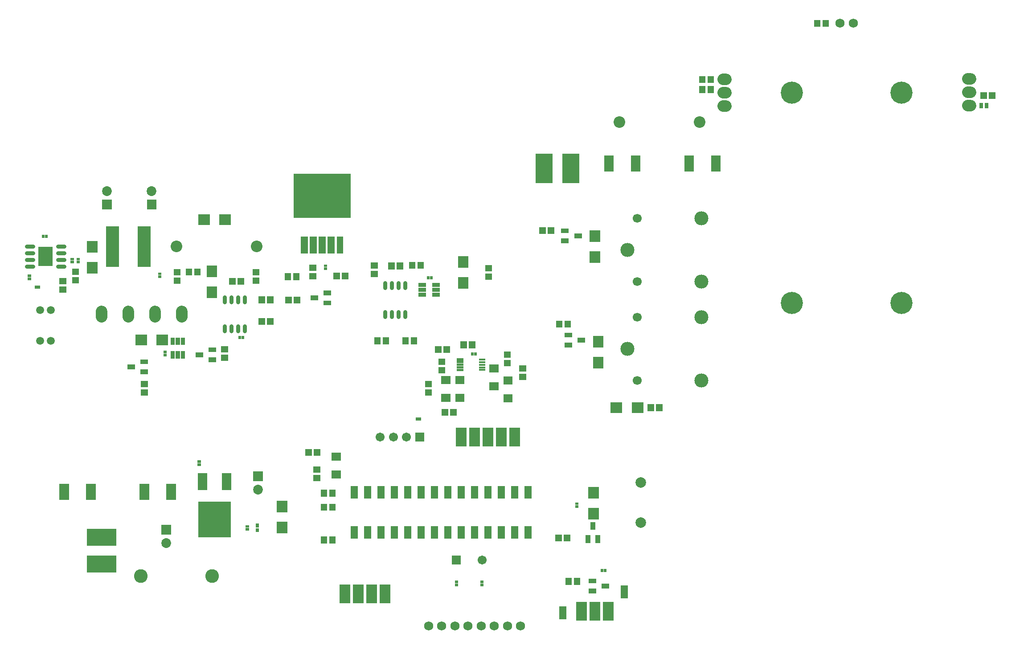
<source format=gts>
G04 Layer: TopSolderMaskLayer*
G04 EasyEDA v6.3.22, 2020-03-14T22:20:27--7:00*
G04 457ca038791a4c03a2b045dd88f7922b,93ea2736136a419895ea0886014cbf9b,10*
G04 Gerber Generator version 0.2*
G04 Scale: 100 percent, Rotated: No, Reflected: No *
G04 Dimensions in inches *
G04 leading zeros omitted , absolute positions ,2 integer and 4 decimal *
%FSLAX24Y24*%
%MOIN*%
G90*
G70D02*

%ADD71C,0.086740*%
%ADD72C,0.031622*%
%ADD73C,0.088000*%
%ADD74C,0.068000*%
%ADD79R,0.047400X0.018000*%
%ADD81C,0.073000*%
%ADD82R,0.073000X0.073000*%
%ADD83R,0.082000X0.141200*%
%ADD84C,0.067055*%
%ADD97R,0.051307X0.126110*%
%ADD99C,0.086700*%
%ADD103C,0.102488*%
%ADD104R,0.058000X0.033000*%
%ADD105C,0.078866*%
%ADD106C,0.165480*%
%ADD107C,0.104700*%
%ADD108C,0.066700*%
%ADD110C,0.059181*%

%LPD*%
G54D71*
G01X13100Y24946D02*
G01X13100Y24553D01*
G01X11099Y24946D02*
G01X11099Y24553D01*
G01X9099Y24946D02*
G01X9099Y24553D01*
G01X7099Y24946D02*
G01X7099Y24553D01*
G54D72*
G01X1493Y29800D02*
G01X1966Y29800D01*
G01X1493Y29300D02*
G01X1966Y29300D01*
G01X1493Y28800D02*
G01X1966Y28800D01*
G01X1493Y28300D02*
G01X1966Y28300D01*
G01X3833Y29800D02*
G01X4306Y29800D01*
G01X3833Y29300D02*
G01X4306Y29300D01*
G01X3833Y28800D02*
G01X4306Y28800D01*
G01X3833Y28300D02*
G01X4306Y28300D01*
G54D73*
G01X53800Y41300D02*
G01X53600Y41300D01*
G01X53800Y40300D02*
G01X53600Y40300D01*
G01X53800Y42300D02*
G01X53600Y42300D01*
G01X71900Y41350D02*
G01X72100Y41350D01*
G01X71900Y42350D02*
G01X72100Y42350D01*
G01X71900Y40350D02*
G01X72100Y40350D01*
G54D72*
G01X29800Y26697D02*
G01X29800Y27059D01*
G01X29300Y26697D02*
G01X29300Y27059D01*
G01X28800Y26697D02*
G01X28800Y27059D01*
G01X28300Y26697D02*
G01X28300Y27059D01*
G01X29800Y24540D02*
G01X29800Y24902D01*
G01X29300Y24540D02*
G01X29300Y24902D01*
G01X28800Y24540D02*
G01X28800Y24902D01*
G01X28300Y24540D02*
G01X28300Y24902D01*
G01X17800Y25647D02*
G01X17800Y26009D01*
G01X17300Y25647D02*
G01X17300Y26009D01*
G01X16800Y25647D02*
G01X16800Y26009D01*
G01X16300Y25647D02*
G01X16300Y26009D01*
G01X17800Y23490D02*
G01X17800Y23852D01*
G01X17300Y23490D02*
G01X17300Y23852D01*
G01X16800Y23490D02*
G01X16800Y23852D01*
G01X16300Y23490D02*
G01X16300Y23852D01*
G54D74*
G01X34507Y1400D03*
G01X35492Y1400D03*
G01X36476Y1400D03*
G01X37460Y1400D03*
G01X38444Y1400D03*
G01X33523Y1400D03*
G01X32539Y1400D03*
G01X31555Y1400D03*
G36*
G01X14328Y8055D02*
G01X14328Y10694D01*
G01X16771Y10694D01*
G01X16771Y8055D01*
G01X14328Y8055D01*
G37*
G36*
G01X16100Y11592D02*
G01X16100Y12853D01*
G01X16810Y12853D01*
G01X16810Y11592D01*
G01X16100Y11592D01*
G37*
G36*
G01X14289Y11590D02*
G01X14289Y12851D01*
G01X15000Y12851D01*
G01X15000Y11590D01*
G01X14289Y11590D01*
G37*
G36*
G01X33531Y4392D02*
G01X33531Y4590D01*
G01X33768Y4590D01*
G01X33768Y4392D01*
G01X33531Y4392D01*
G37*
G36*
G01X33531Y4609D02*
G01X33531Y4807D01*
G01X33768Y4807D01*
G01X33768Y4609D01*
G01X33531Y4609D01*
G37*
G36*
G01X35431Y4392D02*
G01X35431Y4590D01*
G01X35668Y4590D01*
G01X35668Y4392D01*
G01X35431Y4392D01*
G37*
G36*
G01X35431Y4609D02*
G01X35431Y4807D01*
G01X35668Y4807D01*
G01X35668Y4609D01*
G01X35431Y4609D01*
G37*
G36*
G01X18631Y8792D02*
G01X18631Y9067D01*
G01X18868Y9067D01*
G01X18868Y8792D01*
G01X18631Y8792D01*
G37*
G36*
G01X18631Y8432D02*
G01X18631Y8707D01*
G01X18868Y8707D01*
G01X18868Y8432D01*
G01X18631Y8432D01*
G37*
G36*
G01X33682Y21250D02*
G01X33682Y21430D01*
G01X34156Y21430D01*
G01X34156Y21250D01*
G01X33682Y21250D01*
G37*
G36*
G01X33682Y21059D02*
G01X33682Y21240D01*
G01X34156Y21240D01*
G01X34156Y21059D01*
G01X33682Y21059D01*
G37*
G36*
G01X33682Y20859D02*
G01X33682Y21040D01*
G01X34156Y21040D01*
G01X34156Y20859D01*
G01X33682Y20859D01*
G37*
G36*
G01X33682Y20659D02*
G01X33682Y20840D01*
G01X34156Y20840D01*
G01X34156Y20659D01*
G01X33682Y20659D01*
G37*
G36*
G01X33682Y20469D02*
G01X33682Y20650D01*
G01X34156Y20650D01*
G01X34156Y20469D01*
G01X33682Y20469D01*
G37*
G54D79*
G01X35580Y20559D03*
G01X35580Y20750D03*
G01X35580Y20950D03*
G01X35580Y21150D03*
G01X35580Y21340D03*
G36*
G01X3947Y10844D02*
G01X3947Y12055D01*
G01X4653Y12055D01*
G01X4653Y10844D01*
G01X3947Y10844D01*
G37*
G36*
G01X11947Y10844D02*
G01X11947Y12055D01*
G01X12653Y12055D01*
G01X12653Y10844D01*
G01X11947Y10844D01*
G37*
G36*
G01X5947Y10844D02*
G01X5947Y12055D01*
G01X6653Y12055D01*
G01X6653Y10844D01*
G01X5947Y10844D01*
G37*
G36*
G01X9947Y10844D02*
G01X9947Y12055D01*
G01X10653Y12055D01*
G01X10653Y10844D01*
G01X9947Y10844D01*
G37*
G36*
G01X44697Y35394D02*
G01X44697Y36605D01*
G01X45404Y36605D01*
G01X45404Y35394D01*
G01X44697Y35394D01*
G37*
G36*
G01X52697Y35394D02*
G01X52697Y36605D01*
G01X53404Y36605D01*
G01X53404Y35394D01*
G01X52697Y35394D01*
G37*
G36*
G01X46697Y35394D02*
G01X46697Y36605D01*
G01X47404Y36605D01*
G01X47404Y35394D01*
G01X46697Y35394D01*
G37*
G36*
G01X50697Y35394D02*
G01X50697Y36605D01*
G01X51404Y36605D01*
G01X51404Y35394D01*
G01X50697Y35394D01*
G37*
G54D81*
G01X11950Y7600D03*
G54D82*
G01X11950Y8600D03*
G54D81*
G01X18800Y11600D03*
G54D82*
G01X18800Y12600D03*
G54D81*
G01X7500Y33950D03*
G36*
G01X7135Y32584D02*
G01X7135Y33315D01*
G01X7864Y33315D01*
G01X7864Y32584D01*
G01X7135Y32584D01*
G37*
G01X10850Y33950D03*
G36*
G01X10485Y32584D02*
G01X10485Y33315D01*
G01X11214Y33315D01*
G01X11214Y32584D01*
G01X10485Y32584D01*
G37*
G54D83*
G01X43000Y2500D03*
G01X44000Y2500D03*
G01X45000Y2500D03*
G54D84*
G01X29916Y15531D03*
G36*
G01X30565Y15196D02*
G01X30565Y15867D01*
G01X31235Y15867D01*
G01X31235Y15196D01*
G01X30565Y15196D01*
G37*
G01X28932Y15531D03*
G01X27948Y15531D03*
G54D83*
G01X25300Y3800D03*
G01X26300Y3800D03*
G01X27300Y3800D03*
G01X28300Y3800D03*
G01X34000Y15550D03*
G01X35000Y15550D03*
G01X36000Y15550D03*
G01X37000Y15550D03*
G01X38000Y15550D03*
G54D74*
G01X63350Y46500D03*
G01X62350Y46500D03*
G36*
G01X13018Y22430D02*
G01X13018Y22988D01*
G01X13321Y22988D01*
G01X13321Y22430D01*
G01X13018Y22430D01*
G37*
G36*
G01X12648Y22430D02*
G01X12648Y22988D01*
G01X12951Y22988D01*
G01X12951Y22430D01*
G01X12648Y22430D01*
G37*
G36*
G01X12278Y22430D02*
G01X12278Y22988D01*
G01X12581Y22988D01*
G01X12581Y22430D01*
G01X12278Y22430D01*
G37*
G36*
G01X12278Y21411D02*
G01X12278Y21967D01*
G01X12581Y21967D01*
G01X12581Y21411D01*
G01X12278Y21411D01*
G37*
G36*
G01X13018Y21411D02*
G01X13018Y21967D01*
G01X13321Y21967D01*
G01X13321Y21411D01*
G01X13018Y21411D01*
G37*
G36*
G01X12648Y21411D02*
G01X12648Y21967D01*
G01X12951Y21967D01*
G01X12951Y21411D01*
G01X12648Y21411D01*
G37*
G36*
G01X30811Y26769D02*
G01X30811Y27071D01*
G01X31368Y27071D01*
G01X31368Y26769D01*
G01X30811Y26769D01*
G37*
G36*
G01X30811Y26398D02*
G01X30811Y26701D01*
G01X31368Y26701D01*
G01X31368Y26398D01*
G01X30811Y26398D01*
G37*
G36*
G01X30811Y26028D02*
G01X30811Y26330D01*
G01X31368Y26330D01*
G01X31368Y26028D01*
G01X30811Y26028D01*
G37*
G36*
G01X31831Y26028D02*
G01X31831Y26330D01*
G01X32388Y26330D01*
G01X32388Y26028D01*
G01X31831Y26028D01*
G37*
G36*
G01X31831Y26769D02*
G01X31831Y27071D01*
G01X32388Y27071D01*
G01X32388Y26769D01*
G01X31831Y26769D01*
G37*
G36*
G01X31831Y26398D02*
G01X31831Y26701D01*
G01X32388Y26701D01*
G01X32388Y26398D01*
G01X31831Y26398D01*
G37*
G36*
G01X24127Y7592D02*
G01X24127Y8107D01*
G01X24602Y8107D01*
G01X24602Y7592D01*
G01X24127Y7592D01*
G37*
G36*
G01X23497Y7592D02*
G01X23497Y8107D01*
G01X23972Y8107D01*
G01X23972Y7592D01*
G01X23497Y7592D01*
G37*
G36*
G01X52427Y42042D02*
G01X52427Y42557D01*
G01X52902Y42557D01*
G01X52902Y42042D01*
G01X52427Y42042D01*
G37*
G36*
G01X51797Y42042D02*
G01X51797Y42557D01*
G01X52272Y42557D01*
G01X52272Y42042D01*
G01X51797Y42042D01*
G37*
G36*
G01X24127Y10042D02*
G01X24127Y10557D01*
G01X24602Y10557D01*
G01X24602Y10042D01*
G01X24127Y10042D01*
G37*
G36*
G01X23497Y10042D02*
G01X23497Y10557D01*
G01X23972Y10557D01*
G01X23972Y10042D01*
G01X23497Y10042D01*
G37*
G36*
G01X24127Y11092D02*
G01X24127Y11607D01*
G01X24602Y11607D01*
G01X24602Y11092D01*
G01X24127Y11092D01*
G37*
G36*
G01X23497Y11092D02*
G01X23497Y11607D01*
G01X23972Y11607D01*
G01X23972Y11092D01*
G01X23497Y11092D01*
G37*
G36*
G01X40477Y30742D02*
G01X40477Y31257D01*
G01X40952Y31257D01*
G01X40952Y30742D01*
G01X40477Y30742D01*
G37*
G36*
G01X39847Y30742D02*
G01X39847Y31257D01*
G01X40322Y31257D01*
G01X40322Y30742D01*
G01X39847Y30742D01*
G37*
G36*
G01X32677Y21842D02*
G01X32677Y22357D01*
G01X33152Y22357D01*
G01X33152Y21842D01*
G01X32677Y21842D01*
G37*
G36*
G01X32047Y21842D02*
G01X32047Y22357D01*
G01X32522Y22357D01*
G01X32522Y21842D01*
G01X32047Y21842D01*
G37*
G36*
G01X31293Y18648D02*
G01X31293Y19121D01*
G01X31806Y19121D01*
G01X31806Y18648D01*
G01X31293Y18648D01*
G37*
G36*
G01X31293Y19278D02*
G01X31293Y19752D01*
G01X31806Y19752D01*
G01X31806Y19278D01*
G01X31293Y19278D01*
G37*
G36*
G01X18393Y26998D02*
G01X18393Y27471D01*
G01X18906Y27471D01*
G01X18906Y26998D01*
G01X18393Y26998D01*
G37*
G36*
G01X18393Y27628D02*
G01X18393Y28102D01*
G01X18906Y28102D01*
G01X18906Y27628D01*
G01X18393Y27628D01*
G37*
G36*
G01X12493Y27628D02*
G01X12493Y28102D01*
G01X13006Y28102D01*
G01X13006Y27628D01*
G01X12493Y27628D01*
G37*
G36*
G01X12493Y26998D02*
G01X12493Y27471D01*
G01X13006Y27471D01*
G01X13006Y26998D01*
G01X12493Y26998D01*
G37*
G36*
G01X13397Y27642D02*
G01X13397Y28157D01*
G01X13872Y28157D01*
G01X13872Y27642D01*
G01X13397Y27642D01*
G37*
G36*
G01X14027Y27642D02*
G01X14027Y28157D01*
G01X14502Y28157D01*
G01X14502Y27642D01*
G01X14027Y27642D01*
G37*
G36*
G01X17277Y26942D02*
G01X17277Y27457D01*
G01X17752Y27457D01*
G01X17752Y26942D01*
G01X17277Y26942D01*
G37*
G36*
G01X16647Y26942D02*
G01X16647Y27457D01*
G01X17122Y27457D01*
G01X17122Y26942D01*
G01X16647Y26942D01*
G37*
G36*
G01X41677Y7742D02*
G01X41677Y8257D01*
G01X42152Y8257D01*
G01X42152Y7742D01*
G01X41677Y7742D01*
G37*
G36*
G01X41047Y7742D02*
G01X41047Y8257D01*
G01X41522Y8257D01*
G01X41522Y7742D01*
G01X41047Y7742D01*
G37*
G36*
G01X24447Y27342D02*
G01X24447Y27857D01*
G01X24922Y27857D01*
G01X24922Y27342D01*
G01X24447Y27342D01*
G37*
G36*
G01X25077Y27342D02*
G01X25077Y27857D01*
G01X25552Y27857D01*
G01X25552Y27342D01*
G01X25077Y27342D01*
G37*
G36*
G01X37193Y20848D02*
G01X37193Y21321D01*
G01X37706Y21321D01*
G01X37706Y20848D01*
G01X37193Y20848D01*
G37*
G36*
G01X37193Y21478D02*
G01X37193Y21952D01*
G01X37706Y21952D01*
G01X37706Y21478D01*
G01X37193Y21478D01*
G37*
G36*
G01X21477Y25542D02*
G01X21477Y26057D01*
G01X21952Y26057D01*
G01X21952Y25542D01*
G01X21477Y25542D01*
G37*
G36*
G01X20847Y25542D02*
G01X20847Y26057D01*
G01X21322Y26057D01*
G01X21322Y25542D01*
G01X20847Y25542D01*
G37*
G36*
G01X61027Y46242D02*
G01X61027Y46757D01*
G01X61502Y46757D01*
G01X61502Y46242D01*
G01X61027Y46242D01*
G37*
G36*
G01X60397Y46242D02*
G01X60397Y46757D01*
G01X60872Y46757D01*
G01X60872Y46242D01*
G01X60397Y46242D01*
G37*
G36*
G01X72764Y40153D02*
G01X72764Y40546D01*
G01X73042Y40546D01*
G01X73042Y40153D01*
G01X72764Y40153D01*
G37*
G36*
G01X73158Y40153D02*
G01X73158Y40546D01*
G01X73435Y40546D01*
G01X73435Y40153D01*
G01X73158Y40153D01*
G37*
G36*
G01X33177Y17142D02*
G01X33177Y17657D01*
G01X33652Y17657D01*
G01X33652Y17142D01*
G01X33177Y17142D01*
G37*
G36*
G01X32547Y17142D02*
G01X32547Y17657D01*
G01X33022Y17657D01*
G01X33022Y17142D01*
G01X32547Y17142D01*
G37*
G36*
G01X28127Y22492D02*
G01X28127Y23007D01*
G01X28602Y23007D01*
G01X28602Y22492D01*
G01X28127Y22492D01*
G37*
G36*
G01X27497Y22492D02*
G01X27497Y23007D01*
G01X27972Y23007D01*
G01X27972Y22492D01*
G01X27497Y22492D01*
G37*
G36*
G01X30227Y22492D02*
G01X30227Y23007D01*
G01X30702Y23007D01*
G01X30702Y22492D01*
G01X30227Y22492D01*
G37*
G36*
G01X29597Y22492D02*
G01X29597Y23007D01*
G01X30072Y23007D01*
G01X30072Y22492D01*
G01X29597Y22492D01*
G37*
G36*
G01X32293Y20928D02*
G01X32293Y21402D01*
G01X32806Y21402D01*
G01X32806Y20928D01*
G01X32293Y20928D01*
G37*
G36*
G01X32293Y20298D02*
G01X32293Y20771D01*
G01X32806Y20771D01*
G01X32806Y20298D01*
G01X32293Y20298D01*
G37*
G36*
G01X73477Y40842D02*
G01X73477Y41357D01*
G01X73952Y41357D01*
G01X73952Y40842D01*
G01X73477Y40842D01*
G37*
G36*
G01X72847Y40842D02*
G01X72847Y41357D01*
G01X73322Y41357D01*
G01X73322Y40842D01*
G01X72847Y40842D01*
G37*
G36*
G01X51797Y41292D02*
G01X51797Y41807D01*
G01X52272Y41807D01*
G01X52272Y41292D01*
G01X51797Y41292D01*
G37*
G36*
G01X52427Y41292D02*
G01X52427Y41807D01*
G01X52902Y41807D01*
G01X52902Y41292D01*
G01X52427Y41292D01*
G37*
G36*
G01X33947Y22192D02*
G01X33947Y22707D01*
G01X34422Y22707D01*
G01X34422Y22192D01*
G01X33947Y22192D01*
G37*
G36*
G01X34577Y22192D02*
G01X34577Y22707D01*
G01X35052Y22707D01*
G01X35052Y22192D01*
G01X34577Y22192D01*
G37*
G36*
G01X4893Y27678D02*
G01X4893Y28152D01*
G01X5406Y28152D01*
G01X5406Y27678D01*
G01X4893Y27678D01*
G37*
G36*
G01X4893Y27048D02*
G01X4893Y27521D01*
G01X5406Y27521D01*
G01X5406Y27048D01*
G01X4893Y27048D01*
G37*
G36*
G01X22643Y27348D02*
G01X22643Y27821D01*
G01X23156Y27821D01*
G01X23156Y27348D01*
G01X22643Y27348D01*
G37*
G36*
G01X22643Y27978D02*
G01X22643Y28452D01*
G01X23156Y28452D01*
G01X23156Y27978D01*
G01X22643Y27978D01*
G37*
G36*
G01X16043Y21878D02*
G01X16043Y22352D01*
G01X16556Y22352D01*
G01X16556Y21878D01*
G01X16043Y21878D01*
G37*
G36*
G01X16043Y21248D02*
G01X16043Y21721D01*
G01X16556Y21721D01*
G01X16556Y21248D01*
G01X16043Y21248D01*
G37*
G36*
G01X35793Y27298D02*
G01X35793Y27771D01*
G01X36306Y27771D01*
G01X36306Y27298D01*
G01X35793Y27298D01*
G37*
G36*
G01X35793Y27928D02*
G01X35793Y28402D01*
G01X36306Y28402D01*
G01X36306Y27928D01*
G01X35793Y27928D01*
G37*
G36*
G01X20797Y27292D02*
G01X20797Y27807D01*
G01X21272Y27807D01*
G01X21272Y27292D01*
G01X20797Y27292D01*
G37*
G36*
G01X21427Y27292D02*
G01X21427Y27807D01*
G01X21902Y27807D01*
G01X21902Y27292D01*
G01X21427Y27292D01*
G37*
G36*
G01X3943Y26348D02*
G01X3943Y26821D01*
G01X4456Y26821D01*
G01X4456Y26348D01*
G01X3943Y26348D01*
G37*
G36*
G01X3943Y26978D02*
G01X3943Y27452D01*
G01X4456Y27452D01*
G01X4456Y26978D01*
G01X3943Y26978D01*
G37*
G36*
G01X29177Y28092D02*
G01X29177Y28607D01*
G01X29652Y28607D01*
G01X29652Y28092D01*
G01X29177Y28092D01*
G37*
G36*
G01X28547Y28092D02*
G01X28547Y28607D01*
G01X29022Y28607D01*
G01X29022Y28092D01*
G01X28547Y28092D01*
G37*
G36*
G01X30727Y28142D02*
G01X30727Y28657D01*
G01X31202Y28657D01*
G01X31202Y28142D01*
G01X30727Y28142D01*
G37*
G36*
G01X30097Y28142D02*
G01X30097Y28657D01*
G01X30572Y28657D01*
G01X30572Y28142D01*
G01X30097Y28142D01*
G37*
G36*
G01X18847Y25544D02*
G01X18847Y26059D01*
G01X19322Y26059D01*
G01X19322Y25544D01*
G01X18847Y25544D01*
G37*
G36*
G01X19477Y25544D02*
G01X19477Y26059D01*
G01X19952Y26059D01*
G01X19952Y25544D01*
G01X19477Y25544D01*
G37*
G36*
G01X27243Y28128D02*
G01X27243Y28602D01*
G01X27756Y28602D01*
G01X27756Y28128D01*
G01X27243Y28128D01*
G37*
G36*
G01X27243Y27498D02*
G01X27243Y27971D01*
G01X27756Y27971D01*
G01X27756Y27498D01*
G01X27243Y27498D01*
G37*
G36*
G01X38343Y19798D02*
G01X38343Y20271D01*
G01X38856Y20271D01*
G01X38856Y19798D01*
G01X38343Y19798D01*
G37*
G36*
G01X38343Y20428D02*
G01X38343Y20902D01*
G01X38856Y20902D01*
G01X38856Y20428D01*
G01X38343Y20428D01*
G37*
G36*
G01X22943Y12878D02*
G01X22943Y13351D01*
G01X23456Y13351D01*
G01X23456Y12878D01*
G01X22943Y12878D01*
G37*
G36*
G01X22943Y12248D02*
G01X22943Y12721D01*
G01X23456Y12721D01*
G01X23456Y12248D01*
G01X22943Y12248D01*
G37*
G36*
G01X22347Y14142D02*
G01X22347Y14657D01*
G01X22822Y14657D01*
G01X22822Y14142D01*
G01X22347Y14142D01*
G37*
G36*
G01X22977Y14142D02*
G01X22977Y14657D01*
G01X23452Y14657D01*
G01X23452Y14142D01*
G01X22977Y14142D01*
G37*
G36*
G01X10043Y18648D02*
G01X10043Y19121D01*
G01X10556Y19121D01*
G01X10556Y18648D01*
G01X10043Y18648D01*
G37*
G36*
G01X10043Y19278D02*
G01X10043Y19752D01*
G01X10556Y19752D01*
G01X10556Y19278D01*
G01X10043Y19278D01*
G37*
G36*
G01X41797Y4492D02*
G01X41797Y5007D01*
G01X42272Y5007D01*
G01X42272Y4492D01*
G01X41797Y4492D01*
G37*
G36*
G01X42427Y4492D02*
G01X42427Y5007D01*
G01X42902Y5007D01*
G01X42902Y4492D01*
G01X42427Y4492D01*
G37*
G36*
G01X48577Y17492D02*
G01X48577Y18007D01*
G01X49052Y18007D01*
G01X49052Y17492D01*
G01X48577Y17492D01*
G37*
G36*
G01X47947Y17492D02*
G01X47947Y18007D01*
G01X48422Y18007D01*
G01X48422Y17492D01*
G01X47947Y17492D01*
G37*
G36*
G01X41727Y23742D02*
G01X41727Y24257D01*
G01X42202Y24257D01*
G01X42202Y23742D01*
G01X41727Y23742D01*
G37*
G36*
G01X41097Y23742D02*
G01X41097Y24257D01*
G01X41572Y24257D01*
G01X41572Y23742D01*
G01X41097Y23742D01*
G37*
G36*
G01X32514Y18184D02*
G01X32514Y18777D01*
G01X33185Y18777D01*
G01X33185Y18184D01*
G01X32514Y18184D01*
G37*
G36*
G01X32514Y19523D02*
G01X32514Y20115D01*
G01X33185Y20115D01*
G01X33185Y19523D01*
G01X32514Y19523D01*
G37*
G36*
G01X37164Y18134D02*
G01X37164Y18727D01*
G01X37835Y18727D01*
G01X37835Y18134D01*
G01X37164Y18134D01*
G37*
G36*
G01X37164Y19473D02*
G01X37164Y20065D01*
G01X37835Y20065D01*
G01X37835Y19473D01*
G01X37164Y19473D01*
G37*
G36*
G01X33564Y18184D02*
G01X33564Y18777D01*
G01X34235Y18777D01*
G01X34235Y18184D01*
G01X33564Y18184D01*
G37*
G36*
G01X33564Y19523D02*
G01X33564Y20115D01*
G01X34235Y20115D01*
G01X34235Y19523D01*
G01X33564Y19523D01*
G37*
G36*
G01X36114Y19034D02*
G01X36114Y19627D01*
G01X36785Y19627D01*
G01X36785Y19034D01*
G01X36114Y19034D01*
G37*
G36*
G01X36114Y20373D02*
G01X36114Y20965D01*
G01X36785Y20965D01*
G01X36785Y20373D01*
G01X36114Y20373D01*
G37*
G36*
G01X24314Y12434D02*
G01X24314Y13026D01*
G01X24985Y13026D01*
G01X24985Y12434D01*
G01X24314Y12434D01*
G37*
G36*
G01X24314Y13773D02*
G01X24314Y14365D01*
G01X24985Y14365D01*
G01X24985Y13773D01*
G01X24314Y13773D01*
G37*
G36*
G01X42456Y30421D02*
G01X42456Y30778D01*
G01X43027Y30778D01*
G01X43027Y30421D01*
G01X42456Y30421D01*
G37*
G36*
G01X41472Y30048D02*
G01X41472Y30403D01*
G01X42043Y30403D01*
G01X42043Y30048D01*
G01X41472Y30048D01*
G37*
G36*
G01X41472Y30796D02*
G01X41472Y31152D01*
G01X42043Y31152D01*
G01X42043Y30796D01*
G01X41472Y30796D01*
G37*
G36*
G01X43672Y8605D02*
G01X43672Y9178D01*
G01X44027Y9178D01*
G01X44027Y8605D01*
G01X43672Y8605D01*
G37*
G36*
G01X44046Y7621D02*
G01X44046Y8194D01*
G01X44402Y8194D01*
G01X44402Y7621D01*
G01X44046Y7621D01*
G37*
G36*
G01X43297Y7621D02*
G01X43297Y8194D01*
G01X43654Y8194D01*
G01X43654Y7621D01*
G01X43297Y7621D01*
G37*
G36*
G01X22722Y25771D02*
G01X22722Y26128D01*
G01X23293Y26128D01*
G01X23293Y25771D01*
G01X22722Y25771D01*
G37*
G36*
G01X23706Y26146D02*
G01X23706Y26502D01*
G01X24277Y26502D01*
G01X24277Y26146D01*
G01X23706Y26146D01*
G37*
G36*
G01X23706Y25398D02*
G01X23706Y25753D01*
G01X24277Y25753D01*
G01X24277Y25398D01*
G01X23706Y25398D01*
G37*
G36*
G01X14122Y21521D02*
G01X14122Y21878D01*
G01X14693Y21878D01*
G01X14693Y21521D01*
G01X14122Y21521D01*
G37*
G36*
G01X15106Y21896D02*
G01X15106Y22252D01*
G01X15677Y22252D01*
G01X15677Y21896D01*
G01X15106Y21896D01*
G37*
G36*
G01X15106Y21148D02*
G01X15106Y21503D01*
G01X15677Y21503D01*
G01X15677Y21148D01*
G01X15106Y21148D01*
G37*
G36*
G01X9022Y20621D02*
G01X9022Y20978D01*
G01X9593Y20978D01*
G01X9593Y20621D01*
G01X9022Y20621D01*
G37*
G36*
G01X10006Y20996D02*
G01X10006Y21352D01*
G01X10577Y21352D01*
G01X10577Y20996D01*
G01X10006Y20996D01*
G37*
G36*
G01X10006Y20248D02*
G01X10006Y20603D01*
G01X10577Y20603D01*
G01X10577Y20248D01*
G01X10006Y20248D01*
G37*
G36*
G01X44506Y4221D02*
G01X44506Y4578D01*
G01X45077Y4578D01*
G01X45077Y4221D01*
G01X44506Y4221D01*
G37*
G36*
G01X43522Y3848D02*
G01X43522Y4203D01*
G01X44093Y4203D01*
G01X44093Y3848D01*
G01X43522Y3848D01*
G37*
G36*
G01X43522Y4596D02*
G01X43522Y4951D01*
G01X44093Y4951D01*
G01X44093Y4596D01*
G01X43522Y4596D01*
G37*
G36*
G01X42706Y22621D02*
G01X42706Y22978D01*
G01X43277Y22978D01*
G01X43277Y22621D01*
G01X42706Y22621D01*
G37*
G36*
G01X41722Y22248D02*
G01X41722Y22603D01*
G01X42293Y22603D01*
G01X42293Y22248D01*
G01X41722Y22248D01*
G37*
G36*
G01X41722Y22996D02*
G01X41722Y23352D01*
G01X42293Y23352D01*
G01X42293Y22996D01*
G01X41722Y22996D01*
G37*
G36*
G01X39568Y34546D02*
G01X39568Y36753D01*
G01X40831Y36753D01*
G01X40831Y34546D01*
G01X39568Y34546D01*
G37*
G36*
G01X41568Y34546D02*
G01X41568Y36753D01*
G01X42831Y36753D01*
G01X42831Y34546D01*
G01X41568Y34546D01*
G37*
G36*
G01X5997Y5419D02*
G01X5997Y6680D01*
G01X8202Y6680D01*
G01X8202Y5419D01*
G01X5997Y5419D01*
G37*
G36*
G01X5997Y7419D02*
G01X5997Y8680D01*
G01X8202Y8680D01*
G01X8202Y7419D01*
G01X5997Y7419D01*
G37*
G36*
G01X21460Y31926D02*
G01X21460Y35255D01*
G01X25739Y35255D01*
G01X25739Y31926D01*
G01X21460Y31926D01*
G37*
G36*
G01X24013Y29278D02*
G01X24013Y30540D01*
G01X24526Y30540D01*
G01X24526Y29278D01*
G01X24013Y29278D01*
G37*
G54D97*
G01X24938Y29909D03*
G36*
G01X22005Y29278D02*
G01X22005Y30540D01*
G01X22518Y30540D01*
G01X22518Y29278D01*
G01X22005Y29278D01*
G37*
G36*
G01X22673Y29278D02*
G01X22673Y30540D01*
G01X23186Y30540D01*
G01X23186Y29278D01*
G01X22673Y29278D01*
G37*
G36*
G01X23343Y29278D02*
G01X23343Y30540D01*
G01X23856Y30540D01*
G01X23856Y29278D01*
G01X23343Y29278D01*
G37*
G36*
G01X14281Y13609D02*
G01X14281Y13807D01*
G01X14518Y13807D01*
G01X14518Y13609D01*
G01X14281Y13609D01*
G37*
G36*
G01X14281Y13392D02*
G01X14281Y13590D01*
G01X14518Y13590D01*
G01X14518Y13392D01*
G01X14281Y13392D01*
G37*
G36*
G01X17881Y8542D02*
G01X17881Y8740D01*
G01X18118Y8740D01*
G01X18118Y8542D01*
G01X17881Y8542D01*
G37*
G36*
G01X17881Y8759D02*
G01X17881Y8957D01*
G01X18118Y8957D01*
G01X18118Y8759D01*
G01X17881Y8759D01*
G37*
G36*
G01X34743Y21630D02*
G01X34743Y21869D01*
G01X34940Y21869D01*
G01X34940Y21630D01*
G01X34743Y21630D01*
G37*
G36*
G01X34959Y21630D02*
G01X34959Y21869D01*
G01X35156Y21869D01*
G01X35156Y21630D01*
G01X34959Y21630D01*
G37*
G36*
G01X31443Y27330D02*
G01X31443Y27569D01*
G01X31640Y27569D01*
G01X31640Y27330D01*
G01X31443Y27330D01*
G37*
G36*
G01X31659Y27330D02*
G01X31659Y27569D01*
G01X31856Y27569D01*
G01X31856Y27330D01*
G01X31659Y27330D01*
G37*
G36*
G01X42531Y10459D02*
G01X42531Y10657D01*
G01X42768Y10657D01*
G01X42768Y10459D01*
G01X42531Y10459D01*
G37*
G36*
G01X42531Y10242D02*
G01X42531Y10440D01*
G01X42768Y10440D01*
G01X42768Y10242D01*
G01X42531Y10242D01*
G37*
G36*
G01X30593Y16780D02*
G01X30593Y17019D01*
G01X30790Y17019D01*
G01X30790Y16780D01*
G01X30593Y16780D01*
G37*
G36*
G01X30809Y16780D02*
G01X30809Y17019D01*
G01X31006Y17019D01*
G01X31006Y16780D01*
G01X30809Y16780D01*
G37*
G36*
G01X2309Y26630D02*
G01X2309Y26869D01*
G01X2506Y26869D01*
G01X2506Y26630D01*
G01X2309Y26630D01*
G37*
G36*
G01X2093Y26630D02*
G01X2093Y26869D01*
G01X2290Y26869D01*
G01X2290Y26630D01*
G01X2093Y26630D01*
G37*
G36*
G01X2643Y30430D02*
G01X2643Y30669D01*
G01X2840Y30669D01*
G01X2840Y30430D01*
G01X2643Y30430D01*
G37*
G36*
G01X2859Y30430D02*
G01X2859Y30669D01*
G01X3056Y30669D01*
G01X3056Y30430D01*
G01X2859Y30430D01*
G37*
G36*
G01X1581Y27292D02*
G01X1581Y27490D01*
G01X1818Y27490D01*
G01X1818Y27292D01*
G01X1581Y27292D01*
G37*
G36*
G01X1581Y27509D02*
G01X1581Y27707D01*
G01X1818Y27707D01*
G01X1818Y27509D01*
G01X1581Y27509D01*
G37*
G36*
G01X4781Y28542D02*
G01X4781Y28740D01*
G01X5018Y28740D01*
G01X5018Y28542D01*
G01X4781Y28542D01*
G37*
G36*
G01X4781Y28759D02*
G01X4781Y28957D01*
G01X5018Y28957D01*
G01X5018Y28759D01*
G01X4781Y28759D01*
G37*
G36*
G01X5231Y28542D02*
G01X5231Y28740D01*
G01X5468Y28740D01*
G01X5468Y28542D01*
G01X5231Y28542D01*
G37*
G36*
G01X5231Y28759D02*
G01X5231Y28957D01*
G01X5468Y28957D01*
G01X5468Y28759D01*
G01X5231Y28759D01*
G37*
G36*
G01X11331Y27659D02*
G01X11331Y27857D01*
G01X11568Y27857D01*
G01X11568Y27659D01*
G01X11331Y27659D01*
G37*
G36*
G01X11331Y27442D02*
G01X11331Y27640D01*
G01X11568Y27640D01*
G01X11568Y27442D01*
G01X11331Y27442D01*
G37*
G36*
G01X23731Y28259D02*
G01X23731Y28457D01*
G01X23968Y28457D01*
G01X23968Y28259D01*
G01X23731Y28259D01*
G37*
G36*
G01X23731Y28042D02*
G01X23731Y28240D01*
G01X23968Y28240D01*
G01X23968Y28042D01*
G01X23731Y28042D01*
G37*
G36*
G01X17559Y22880D02*
G01X17559Y23119D01*
G01X17756Y23119D01*
G01X17756Y22880D01*
G01X17559Y22880D01*
G37*
G36*
G01X17343Y22880D02*
G01X17343Y23119D01*
G01X17540Y23119D01*
G01X17540Y22880D01*
G01X17343Y22880D01*
G37*
G54D99*
G01X18700Y29800D03*
G01X12700Y29800D03*
G01X45850Y39100D03*
G01X51850Y39100D03*
G36*
G01X25722Y7930D02*
G01X25722Y8869D01*
G01X26278Y8869D01*
G01X26278Y7930D01*
G01X25722Y7930D01*
G37*
G36*
G01X26722Y7930D02*
G01X26722Y8869D01*
G01X27278Y8869D01*
G01X27278Y7930D01*
G01X26722Y7930D01*
G37*
G36*
G01X27722Y7930D02*
G01X27722Y8869D01*
G01X28278Y8869D01*
G01X28278Y7930D01*
G01X27722Y7930D01*
G37*
G36*
G01X28722Y7930D02*
G01X28722Y8869D01*
G01X29278Y8869D01*
G01X29278Y7930D01*
G01X28722Y7930D01*
G37*
G36*
G01X29722Y7930D02*
G01X29722Y8869D01*
G01X30278Y8869D01*
G01X30278Y7930D01*
G01X29722Y7930D01*
G37*
G36*
G01X30722Y7930D02*
G01X30722Y8869D01*
G01X31278Y8869D01*
G01X31278Y7930D01*
G01X30722Y7930D01*
G37*
G36*
G01X31722Y7930D02*
G01X31722Y8869D01*
G01X32278Y8869D01*
G01X32278Y7930D01*
G01X31722Y7930D01*
G37*
G36*
G01X32722Y7930D02*
G01X32722Y8869D01*
G01X33279Y8869D01*
G01X33279Y7930D01*
G01X32722Y7930D01*
G37*
G36*
G01X33722Y7930D02*
G01X33722Y8869D01*
G01X34279Y8869D01*
G01X34279Y7930D01*
G01X33722Y7930D01*
G37*
G36*
G01X34722Y7930D02*
G01X34722Y8869D01*
G01X35279Y8869D01*
G01X35279Y7930D01*
G01X34722Y7930D01*
G37*
G36*
G01X35722Y7930D02*
G01X35722Y8869D01*
G01X36279Y8869D01*
G01X36279Y7930D01*
G01X35722Y7930D01*
G37*
G36*
G01X36722Y7930D02*
G01X36722Y8869D01*
G01X37279Y8869D01*
G01X37279Y7930D01*
G01X36722Y7930D01*
G37*
G36*
G01X37722Y7930D02*
G01X37722Y8869D01*
G01X38279Y8869D01*
G01X38279Y7930D01*
G01X37722Y7930D01*
G37*
G36*
G01X38722Y7930D02*
G01X38722Y8869D01*
G01X39279Y8869D01*
G01X39279Y7930D01*
G01X38722Y7930D01*
G37*
G36*
G01X38722Y10930D02*
G01X38722Y11869D01*
G01X39279Y11869D01*
G01X39279Y10930D01*
G01X38722Y10930D01*
G37*
G36*
G01X37722Y10930D02*
G01X37722Y11869D01*
G01X38279Y11869D01*
G01X38279Y10930D01*
G01X37722Y10930D01*
G37*
G36*
G01X36722Y10930D02*
G01X36722Y11869D01*
G01X37279Y11869D01*
G01X37279Y10930D01*
G01X36722Y10930D01*
G37*
G36*
G01X35722Y10930D02*
G01X35722Y11869D01*
G01X36279Y11869D01*
G01X36279Y10930D01*
G01X35722Y10930D01*
G37*
G36*
G01X34722Y10930D02*
G01X34722Y11869D01*
G01X35279Y11869D01*
G01X35279Y10930D01*
G01X34722Y10930D01*
G37*
G36*
G01X33722Y10930D02*
G01X33722Y11869D01*
G01X34279Y11869D01*
G01X34279Y10930D01*
G01X33722Y10930D01*
G37*
G36*
G01X32722Y10930D02*
G01X32722Y11869D01*
G01X33279Y11869D01*
G01X33279Y10930D01*
G01X32722Y10930D01*
G37*
G36*
G01X31722Y10930D02*
G01X31722Y11869D01*
G01X32278Y11869D01*
G01X32278Y10930D01*
G01X31722Y10930D01*
G37*
G36*
G01X30722Y10930D02*
G01X30722Y11869D01*
G01X31278Y11869D01*
G01X31278Y10930D01*
G01X30722Y10930D01*
G37*
G36*
G01X29722Y10930D02*
G01X29722Y11869D01*
G01X30278Y11869D01*
G01X30278Y10930D01*
G01X29722Y10930D01*
G37*
G36*
G01X28722Y10930D02*
G01X28722Y11869D01*
G01X29278Y11869D01*
G01X29278Y10930D01*
G01X28722Y10930D01*
G37*
G36*
G01X27722Y10930D02*
G01X27722Y11869D01*
G01X28278Y11869D01*
G01X28278Y10930D01*
G01X27722Y10930D01*
G37*
G36*
G01X26722Y10930D02*
G01X26722Y11869D01*
G01X27278Y11869D01*
G01X27278Y10930D01*
G01X26722Y10930D01*
G37*
G36*
G01X25722Y10930D02*
G01X25722Y11869D01*
G01X26278Y11869D01*
G01X26278Y10930D01*
G01X25722Y10930D01*
G37*
G36*
G01X2356Y28330D02*
G01X2356Y29769D01*
G01X3443Y29769D01*
G01X3443Y28330D01*
G01X2356Y28330D01*
G37*
G36*
G01X6006Y27778D02*
G01X6006Y28646D01*
G01X6793Y28646D01*
G01X6793Y27778D01*
G01X6006Y27778D01*
G37*
G36*
G01X6006Y29353D02*
G01X6006Y30221D01*
G01X6793Y30221D01*
G01X6793Y29353D01*
G01X6006Y29353D01*
G37*
G36*
G01X33305Y6015D02*
G01X33305Y6684D01*
G01X33975Y6684D01*
G01X33975Y6015D01*
G01X33305Y6015D01*
G37*
G54D84*
G01X35560Y6350D03*
G54D103*
G01X10022Y5150D03*
G01X15377Y5150D03*
G54D104*
G01X41600Y2080D03*
G01X41600Y2400D03*
G01X41600Y2719D03*
G01X46200Y3630D03*
G01X46200Y3950D03*
G01X46200Y4269D03*
G54D105*
G01X47450Y12146D03*
G01X47450Y9153D03*
G54D106*
G01X58750Y41325D03*
G01X58750Y25575D03*
G01X66950Y25575D03*
G01X66950Y41325D03*
G54D107*
G01X51975Y27188D03*
G01X51975Y31911D03*
G01X46425Y29550D03*
G54D108*
G01X47175Y27188D03*
G01X47175Y31911D03*
G54D107*
G01X51975Y19788D03*
G01X51975Y24511D03*
G01X46425Y22150D03*
G54D108*
G01X47175Y19788D03*
G01X47175Y24511D03*
G36*
G01X7446Y28284D02*
G01X7446Y31315D01*
G01X8392Y31315D01*
G01X8392Y28284D01*
G01X7446Y28284D01*
G37*
G36*
G01X9807Y28284D02*
G01X9807Y31315D01*
G01X10753Y31315D01*
G01X10753Y28284D01*
G01X9807Y28284D01*
G37*
G54D110*
G01X2506Y22750D03*
G01X3293Y22750D03*
G01X2506Y25050D03*
G01X3293Y25050D03*
G36*
G01X18847Y23942D02*
G01X18847Y24457D01*
G01X19322Y24457D01*
G01X19322Y23942D01*
G01X18847Y23942D01*
G37*
G36*
G01X19477Y23942D02*
G01X19477Y24457D01*
G01X19952Y24457D01*
G01X19952Y23942D01*
G01X19477Y23942D01*
G37*
G36*
G01X14956Y27503D02*
G01X14956Y28371D01*
G01X15743Y28371D01*
G01X15743Y27503D01*
G01X14956Y27503D01*
G37*
G36*
G01X14956Y25928D02*
G01X14956Y26796D01*
G01X15743Y26796D01*
G01X15743Y25928D01*
G01X14956Y25928D01*
G37*
G36*
G01X43606Y30153D02*
G01X43606Y31021D01*
G01X44393Y31021D01*
G01X44393Y30153D01*
G01X43606Y30153D01*
G37*
G36*
G01X43606Y28578D02*
G01X43606Y29446D01*
G01X44393Y29446D01*
G01X44393Y28578D01*
G01X43606Y28578D01*
G37*
G36*
G01X43856Y22253D02*
G01X43856Y23121D01*
G01X44643Y23121D01*
G01X44643Y22253D01*
G01X43856Y22253D01*
G37*
G36*
G01X43856Y20678D02*
G01X43856Y21546D01*
G01X44643Y21546D01*
G01X44643Y20678D01*
G01X43856Y20678D01*
G37*
G36*
G01X44659Y5430D02*
G01X44659Y5669D01*
G01X44856Y5669D01*
G01X44856Y5430D01*
G01X44659Y5430D01*
G37*
G36*
G01X44443Y5430D02*
G01X44443Y5669D01*
G01X44640Y5669D01*
G01X44640Y5430D01*
G01X44443Y5430D01*
G37*
G36*
G01X43506Y9378D02*
G01X43506Y10246D01*
G01X44293Y10246D01*
G01X44293Y9378D01*
G01X43506Y9378D01*
G37*
G36*
G01X43506Y10953D02*
G01X43506Y11821D01*
G01X44293Y11821D01*
G01X44293Y10953D01*
G01X43506Y10953D01*
G37*
G36*
G01X11731Y21592D02*
G01X11731Y21790D01*
G01X11968Y21790D01*
G01X11968Y21592D01*
G01X11731Y21592D01*
G37*
G36*
G01X11731Y21809D02*
G01X11731Y22007D01*
G01X11968Y22007D01*
G01X11968Y21809D01*
G01X11731Y21809D01*
G37*
G36*
G01X9628Y22405D02*
G01X9628Y23194D01*
G01X10496Y23194D01*
G01X10496Y22405D01*
G01X9628Y22405D01*
G37*
G36*
G01X11203Y22405D02*
G01X11203Y23194D01*
G01X12071Y23194D01*
G01X12071Y22405D01*
G01X11203Y22405D01*
G37*
G36*
G01X46754Y17355D02*
G01X46754Y18144D01*
G01X47621Y18144D01*
G01X47621Y17355D01*
G01X46754Y17355D01*
G37*
G36*
G01X45179Y17355D02*
G01X45179Y18144D01*
G01X46046Y18144D01*
G01X46046Y17355D01*
G01X45179Y17355D01*
G37*
G36*
G01X15903Y31405D02*
G01X15903Y32194D01*
G01X16771Y32194D01*
G01X16771Y31405D01*
G01X15903Y31405D01*
G37*
G36*
G01X14328Y31405D02*
G01X14328Y32194D01*
G01X15196Y32194D01*
G01X15196Y31405D01*
G01X14328Y31405D01*
G37*
G36*
G01X33756Y26628D02*
G01X33756Y27496D01*
G01X34543Y27496D01*
G01X34543Y26628D01*
G01X33756Y26628D01*
G37*
G36*
G01X33756Y28203D02*
G01X33756Y29071D01*
G01X34543Y29071D01*
G01X34543Y28203D01*
G01X33756Y28203D01*
G37*
G36*
G01X20206Y8328D02*
G01X20206Y9196D01*
G01X20993Y9196D01*
G01X20993Y8328D01*
G01X20206Y8328D01*
G37*
G36*
G01X20206Y9903D02*
G01X20206Y10771D01*
G01X20993Y10771D01*
G01X20993Y9903D01*
G01X20206Y9903D01*
G37*
M00*
M02*

</source>
